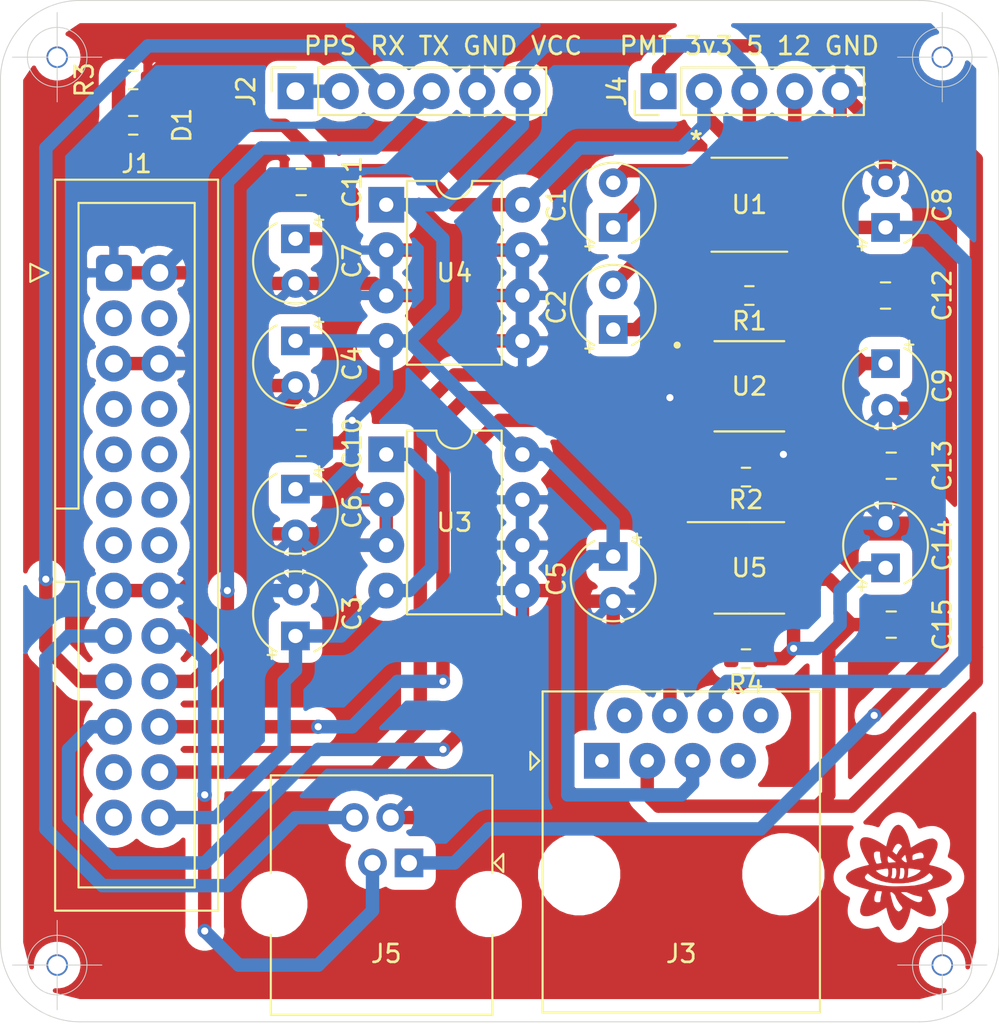
<source format=kicad_pcb>
(kicad_pcb (version 20171130) (host pcbnew "(5.1.10)-1")
  (layers (0 F.Cu signal) (31 B.Cu signal) (34 B.Paste user) (35 F.Paste user) (36 B.SilkS user) (37 F.SilkS user) (38 B.Mask user) (39 F.Mask user) (44 Edge.Cuts user))
  (net 0 "")
  (net 1 "Net-(C1-Pad2)")
  (net 2 "Net-(C1-Pad1)")
  (net 3 "Net-(C2-Pad2)")
  (net 4 "Net-(C2-Pad1)")
  (net 5 GND)
  (net 6 /5V_UNREG)
  (net 7 +5V)
  (net 8 +3V3)
  (net 9 +12V)
  (net 10 "Net-(C14-Pad1)")
  (net 11 /PMT_CTRL_V)
  (net 12 "Net-(D1-Pad1)")
  (net 13 /SPI_MOSI)
  (net 14 /SPI_CLK)
  (net 15 /GPS_RXD)
  (net 16 /I2C_SCL)
  (net 17 "Net-(J1-Pad14)")
  (net 18 "Net-(J1-Pad12)")
  (net 19 "Net-(J1-Pad10)")
  (net 20 "Net-(J1-Pad8)")
  (net 21 "Net-(J1-Pad4)")
  (net 22 "Net-(J1-Pad25)")
  (net 23 "Net-(J1-Pad23)")
  (net 24 /SPI_CS)
  (net 25 /GPS_TXD)
  (net 26 /I2C_SDA)
  (net 27 "Net-(J1-Pad13)")
  (net 28 "Net-(J1-Pad11)")
  (net 29 "Net-(J1-Pad9)")
  (net 30 "Net-(J1-Pad7)")
  (net 31 "Net-(J1-Pad3)")
  (net 32 /PPS)
  (net 33 "Net-(J3-Pad8)")
  (net 34 "Net-(J3-Pad7)")
  (net 35 "Net-(J3-Pad2)")
  (net 36 "Net-(J3-Pad1)")
  (net 37 "Net-(R1-Pad2)")
  (net 38 "Net-(R4-Pad2)")
  (net 39 /OUT_REF)
  (module Imagenes:ECFMLOGO (layer F.Cu) (at 83.185 93.345)
    (fp_text reference G*** hide)
    (fp_text value LOGO hide)
    (fp_poly (pts (xy 0.213833 -2.727471) (xy 0.319537 -2.639299) (xy 0.423965 -2.501095) (xy 0.522038 -2.322675) (xy 0.569607 -2.221046) (xy 0.607367 -2.134329) (xy 0.630483 -2.073982) (xy 0.635369 -2.054093) (xy 0.643541 -2.01044) (xy 0.663772 -1.940278) (xy 0.675475 -1.905167) (xy 0.704136 -1.809945) (xy 0.731238 -1.699427) (xy 0.741051 -1.651167) (xy 0.757018 -1.571342) (xy 0.77089 -1.513268) (xy 0.777361 -1.494327) (xy 0.801801 -1.498984) (xy 0.856544 -1.527015) (xy 0.930341 -1.572565) (xy 0.939837 -1.57886) (xy 1.128683 -1.695686) (xy 1.321159 -1.797866) (xy 1.509381 -1.882374) (xy 1.685462 -1.946183) (xy 1.841519 -1.986264) (xy 1.969667 -1.999593) (xy 2.023331 -1.99482) (xy 2.12846 -1.951299) (xy 2.214781 -1.871416) (xy 2.268063 -1.769404) (xy 2.274219 -1.743932) (xy 2.276367 -1.635308) (xy 2.251207 -1.494324) (xy 2.201786 -1.329351) (xy 2.131156 -1.148761) (xy 2.042365 -0.960925) (xy 1.938463 -0.774213) (xy 1.896147 -0.706071) (xy 1.849173 -0.629187) (xy 1.815809 -0.567838) (xy 1.8034 -0.535772) (xy 1.825743 -0.515602) (xy 1.881174 -0.497419) (xy 1.89865 -0.493994) (xy 2.072767 -0.456462) (xy 2.260905 -0.402867) (xy 2.448824 -0.338316) (xy 2.622282 -0.267919) (xy 2.76704 -0.196783) (xy 2.826016 -0.161346) (xy 2.956542 -0.057693) (xy 3.037338 0.047397) (xy 3.069407 0.152776) (xy 3.053753 0.2573) (xy 2.991381 0.359823) (xy 2.883293 0.459197) (xy 2.730495 0.554279) (xy 2.533989 0.643921) (xy 2.29478 0.726977) (xy 2.013872 0.802303) (xy 1.973591 0.81164) (xy 1.869688 0.837725) (xy 1.787433 0.862973) (xy 1.737412 0.883865) (xy 1.7272 0.893514) (xy 1.740781 0.930582) (xy 1.773604 0.984653) (xy 1.775034 0.986678) (xy 1.819969 1.059153) (xy 1.877592 1.164977) (xy 1.94123 1.290532) (xy 2.004214 1.422202) (xy 2.059872 1.546369) (xy 2.101532 1.649414) (xy 2.106689 1.6637) (xy 2.160815 1.85668) (xy 2.178231 2.021198) (xy 2.159874 2.155253) (xy 2.106687 2.256844) (xy 2.019607 2.323971) (xy 1.899576 2.354634) (xy 1.783417 2.351919) (xy 1.655717 2.32424) (xy 1.499344 2.270209) (xy 1.32569 2.194703) (xy 1.146152 2.102596) (xy 1.000683 2.016944) (xy 0.910071 1.962235) (xy 0.836618 1.921992) (xy 0.789887 1.901219) (xy 0.778349 1.900567) (xy 0.768165 1.934527) (xy 0.75472 1.998001) (xy 0.750838 2.0193) (xy 0.70401 2.230766) (xy 0.640167 2.438076) (xy 0.563513 2.631599) (xy 0.478253 2.801704) (xy 0.388592 2.938757) (xy 0.313695 3.020642) (xy 0.210029 3.095129) (xy 0.115618 3.123644) (xy 0.021498 3.107634) (xy -0.038297 3.07742) (xy -0.143322 2.987484) (xy -0.244241 2.84954) (xy -0.339702 2.666302) (xy -0.428355 2.44049) (xy -0.508849 2.174817) (xy -0.531964 2.08467) (xy -0.556477 1.987639) (xy -0.576811 1.911687) (xy -0.58977 1.868576) (xy -0.592198 1.863135) (xy -0.615443 1.871974) (xy -0.668176 1.902538) (xy -0.725302 1.939222) (xy -0.956523 2.081951) (xy -1.177525 2.196561) (xy -1.382127 2.280447) (xy -1.56415 2.331001) (xy -1.689137 2.34569) (xy -1.821168 2.339022) (xy -1.916999 2.308454) (xy -1.987436 2.249355) (xy -2.018367 2.204539) (xy -2.049344 2.106378) (xy -2.049287 1.975257) (xy -2.020085 1.816905) (xy -1.963624 1.637052) (xy -1.881792 1.441428) (xy -1.860134 1.399132) (xy -1.267959 1.399132) (xy -1.252761 1.486675) (xy -1.231082 1.524904) (xy -1.171946 1.559317) (xy -1.086194 1.575495) (xy -0.995579 1.570725) (xy -0.954578 1.559382) (xy -0.923716 1.521647) (xy -0.9144 1.445804) (xy -0.908807 1.371594) (xy -0.894106 1.269555) (xy -0.873418 1.161166) (xy -0.872326 1.156163) (xy -0.853634 1.064269) (xy -0.851672 1.052261) (xy -0.369377 1.052261) (xy -0.358133 1.127809) (xy -0.336444 1.230947) (xy -0.307028 1.351345) (xy -0.272601 1.478671) (xy -0.235883 1.602593) (xy -0.199591 1.71278) (xy -0.166443 1.7989) (xy -0.154249 1.825138) (xy -0.081822 1.945377) (xy -0.005237 2.031403) (xy 0.069343 2.077046) (xy 0.103076 2.0828) (xy 0.151155 2.067188) (xy 0.212314 2.028605) (xy 0.225293 2.018184) (xy 0.290232 1.955044) (xy 0.316859 1.899404) (xy 0.304796 1.839967) (xy 0.253664 1.765436) (xy 0.21536 1.721234) (xy 0.154982 1.645359) (xy 0.090009 1.549842) (xy 0.027423 1.446817) (xy -0.025795 1.348418) (xy -0.062662 1.266778) (xy -0.0762 1.214555) (xy -0.092796 1.179851) (xy -0.135312 1.124959) (xy -0.170255 1.08692) (xy -0.249431 1.019438) (xy -0.266896 1.011917) (xy 0.2286 1.011917) (xy 0.248741 1.037377) (xy 0.303293 1.083344) (xy 0.383449 1.143626) (xy 0.480401 1.21203) (xy 0.585343 1.282364) (xy 0.689466 1.348438) (xy 0.783964 1.404057) (xy 0.79512 1.410218) (xy 0.96382 1.495501) (xy 1.099692 1.547598) (xy 1.207605 1.567375) (xy 1.292429 1.555699) (xy 1.359033 1.513435) (xy 1.361566 1.510942) (xy 1.407798 1.447614) (xy 1.418763 1.373207) (xy 1.417561 1.35389) (xy 1.4097 1.260696) (xy 1.1938 1.217963) (xy 1.014511 1.177665) (xy 0.865753 1.132012) (xy 0.727272 1.074335) (xy 0.665291 1.043895) (xy 0.562132 1.006318) (xy 0.436199 0.991289) (xy 0.394711 0.9906) (xy 0.310344 0.993574) (xy 0.25055 1.001359) (xy 0.2286 1.011917) (xy -0.266896 1.011917) (xy -0.31437 0.991474) (xy -0.359915 1.004922) (xy -0.367458 1.014636) (xy -0.369377 1.052261) (xy -0.851672 1.052261) (xy -0.842091 0.993644) (xy -0.839702 0.957019) (xy -0.840576 0.954815) (xy -0.869591 0.94788) (xy -0.933402 0.940455) (xy -0.990462 0.936023) (xy -1.130023 0.9271) (xy -1.192432 1.0541) (xy -1.236673 1.16918) (xy -1.262223 1.288745) (xy -1.267959 1.399132) (xy -1.860134 1.399132) (xy -1.776476 1.235762) (xy -1.649563 1.025784) (xy -1.611074 0.967968) (xy -1.57774 0.909863) (xy -1.566011 0.869843) (xy -1.568781 0.862525) (xy -1.599662 0.850659) (xy -1.669354 0.830278) (xy -1.767182 0.804349) (xy -1.870614 0.778682) (xy -2.147999 0.701529) (xy -2.37964 0.615658) (xy -2.565114 0.522595) (xy -2.703998 0.423868) (xy -2.795869 0.321004) (xy -2.840305 0.215531) (xy -2.837975 0.142953) (xy -1.793787 0.142953) (xy -1.788348 0.220002) (xy -1.735541 0.295759) (xy -1.638795 0.368907) (xy -1.501541 0.438127) (xy -1.32721 0.502101) (xy -1.119233 0.55951) (xy -0.88104 0.609037) (xy -0.616063 0.649363) (xy -0.4191 0.671163) (xy -0.314346 0.677061) (xy -0.171369 0.679445) (xy -0.000792 0.678667) (xy 0.186763 0.675082) (xy 0.380675 0.669044) (xy 0.570322 0.660907) (xy 0.745082 0.651025) (xy 0.894332 0.639752) (xy 1.007452 0.627443) (xy 1.038808 0.622557) (xy 1.321625 0.565357) (xy 1.556354 0.502742) (xy 1.742429 0.434936) (xy 1.879283 0.362162) (xy 1.966348 0.284643) (xy 1.988858 0.248841) (xy 2.013913 0.168502) (xy 1.999747 0.099048) (xy 1.942668 0.028771) (xy 1.910573 0.000744) (xy 1.820866 -0.0732) (xy 1.693801 0.037953) (xy 1.488953 0.185754) (xy 1.244319 0.307297) (xy 0.964366 0.401266) (xy 0.653564 0.466343) (xy 0.316382 0.501213) (xy 0.1016 0.507088) (xy -0.272157 0.490434) (xy -0.615107 0.440863) (xy -0.924872 0.359046) (xy -1.199071 0.245655) (xy -1.306666 0.17994) (xy -0.320168 0.17994) (xy -0.295127 0.215235) (xy -0.2286 0.235506) (xy -0.162111 0.24262) (xy -0.144069 0.236008) (xy 0.118875 0.236008) (xy 0.120695 0.239228) (xy 0.153488 0.248801) (xy 0.215923 0.253793) (xy 0.232247 0.254) (xy 0.307595 0.24473) (xy 0.356087 0.210251) (xy 0.371163 0.189694) (xy 0.375377 0.178986) (xy 0.586635 0.178986) (xy 0.588318 0.195888) (xy 0.61105 0.196973) (xy 0.663782 0.182458) (xy 0.755466 0.152561) (xy 0.763007 0.150084) (xy 0.934959 0.088023) (xy 1.069366 0.025416) (xy 1.179109 -0.044436) (xy 1.250706 -0.10354) (xy 1.311701 -0.165424) (xy 1.331489 -0.208116) (xy 1.307422 -0.236896) (xy 1.236851 -0.25704) (xy 1.1684 -0.267532) (xy 1.068077 -0.282494) (xy 0.959376 -0.301214) (xy 0.932199 -0.306373) (xy 0.838862 -0.32106) (xy 0.750305 -0.329447) (xy 0.725256 -0.3302) (xy 0.640212 -0.3302) (xy 0.628017 -0.12065) (xy 0.620048 -0.015191) (xy 0.609855 0.076468) (xy 0.59936 0.137798) (xy 0.597048 0.14605) (xy 0.586635 0.178986) (xy 0.375377 0.178986) (xy 0.398009 0.121479) (xy 0.417052 0.021725) (xy 0.426771 -0.090698) (xy 0.425648 -0.196918) (xy 0.412163 -0.278066) (xy 0.409438 -0.28575) (xy 0.38395 -0.331759) (xy 0.343575 -0.351654) (xy 0.280028 -0.3556) (xy 0.1778 -0.3556) (xy 0.1778 -0.151585) (xy 0.172853 -0.031603) (xy 0.159515 0.07251) (xy 0.141861 0.138444) (xy 0.121984 0.198289) (xy 0.118875 0.236008) (xy -0.144069 0.236008) (xy -0.120394 0.227332) (xy -0.0858 0.179577) (xy -0.067178 0.143451) (xy -0.037133 0.052011) (xy -0.021309 -0.060284) (xy -0.020544 -0.173625) (xy -0.035675 -0.268199) (xy -0.048421 -0.300354) (xy -0.081346 -0.340246) (xy -0.132943 -0.352368) (xy -0.170794 -0.350685) (xy -0.262066 -0.3429) (xy -0.266859 -0.13892) (xy -0.273014 -0.034265) (xy -0.284937 0.056956) (xy -0.300261 0.117642) (xy -0.303279 0.124157) (xy -0.320168 0.17994) (xy -1.306666 0.17994) (xy -1.435327 0.101359) (xy -1.491437 0.057893) (xy -1.630633 -0.055484) (xy -1.70525 0.016004) (xy -1.757124 0.075884) (xy -1.790574 0.133094) (xy -1.793787 0.142953) (xy -2.837975 0.142953) (xy -2.836883 0.108976) (xy -2.78518 0.002866) (xy -2.684772 -0.101271) (xy -2.535238 -0.201907) (xy -2.534293 -0.202361) (xy -1.1684 -0.202361) (xy -1.147518 -0.16656) (xy -1.091693 -0.115023) (xy -1.011162 -0.055246) (xy -0.916161 0.005279) (xy -0.816925 0.059057) (xy -0.800764 0.066804) (xy -0.680043 0.119628) (xy -0.595314 0.145891) (xy -0.539487 0.145953) (xy -0.505474 0.120172) (xy -0.489581 0.08255) (xy -0.476575 0.006726) (xy -0.471449 -0.086493) (xy -0.473733 -0.180584) (xy -0.482957 -0.259026) (xy -0.498651 -0.305296) (xy -0.500681 -0.307641) (xy -0.532194 -0.321805) (xy -0.591525 -0.322419) (xy -0.68865 -0.309452) (xy -0.702996 -0.307037) (xy -0.877297 -0.276532) (xy -1.006104 -0.252191) (xy -1.094204 -0.232936) (xy -1.146385 -0.217692) (xy -1.167434 -0.205382) (xy -1.1684 -0.202361) (xy -2.534293 -0.202361) (xy -2.336154 -0.297517) (xy -2.1844 -0.354723) (xy -1.955225 -0.426486) (xy -1.741137 -0.479631) (xy -1.670942 -0.493271) (xy -1.606542 -0.508934) (xy -1.567494 -0.526386) (xy -1.564374 -0.529722) (xy -1.5705 -0.560107) (xy -1.599325 -0.616976) (xy -1.627522 -0.662088) (xy -1.671398 -0.733113) (xy -1.729079 -0.834015) (xy -1.791786 -0.949173) (xy -1.831204 -1.02451) (xy -1.857755 -1.081031) (xy -1.292852 -1.081031) (xy -1.277692 -0.955072) (xy -1.24265 -0.820086) (xy -1.20433 -0.721535) (xy -1.140842 -0.582737) (xy -1.008571 -0.599324) (xy -0.930341 -0.611617) (xy -0.874161 -0.625017) (xy -0.858158 -0.632168) (xy -0.855283 -0.663517) (xy -0.868488 -0.724774) (xy -0.880592 -0.762363) (xy -0.902765 -0.846508) (xy -0.905228 -0.860838) (xy -0.525706 -0.860838) (xy -0.520644 -0.782896) (xy -0.518587 -0.77048) (xy -0.494204 -0.686845) (xy -0.456521 -0.647322) (xy -0.399267 -0.645712) (xy -0.3937 -0.647023) (xy -0.340779 -0.654091) (xy -0.258354 -0.658847) (xy -0.194734 -0.660054) (xy -0.115937 -0.663984) (xy -0.066015 -0.673924) (xy -0.055034 -0.684693) (xy -0.077589 -0.708931) (xy -0.130509 -0.754323) (xy -0.203107 -0.812674) (xy -0.266786 -0.861933) (xy 0.254 -0.861933) (xy 0.271004 -0.834142) (xy 0.314516 -0.785463) (xy 0.34925 -0.75112) (xy 0.417926 -0.697884) (xy 0.483028 -0.666799) (xy 0.533421 -0.660998) (xy 0.55797 -0.683615) (xy 0.5588 -0.69216) (xy 0.553412 -0.740319) (xy 0.539572 -0.81613) (xy 0.520768 -0.904199) (xy 0.516042 -0.92399) (xy 0.8636 -0.92399) (xy 0.866417 -0.843118) (xy 0.881456 -0.800314) (xy 0.918598 -0.790127) (xy 0.987725 -0.807107) (xy 1.041859 -0.825663) (xy 1.126606 -0.848604) (xy 1.235376 -0.868939) (xy 1.322073 -0.879889) (xy 1.413251 -0.889618) (xy 1.465706 -0.901357) (xy 1.491374 -0.920867) (xy 1.502193 -0.953906) (xy 1.504408 -0.96786) (xy 1.501425 -1.050227) (xy 1.475094 -1.130288) (xy 1.433245 -1.188475) (xy 1.410447 -1.202699) (xy 1.307952 -1.218326) (xy 1.175059 -1.197338) (xy 1.074102 -1.165022) (xy 0.973158 -1.125753) (xy 0.911023 -1.091795) (xy 0.87831 -1.052401) (xy 0.865634 -0.996825) (xy 0.8636 -0.92399) (xy 0.516042 -0.92399) (xy 0.500486 -0.989129) (xy 0.482212 -1.055525) (xy 0.469432 -1.087991) (xy 0.469067 -1.088384) (xy 0.446028 -1.079404) (xy 0.402695 -1.042734) (xy 0.350472 -0.990379) (xy 0.300762 -0.934347) (xy 0.264969 -0.886645) (xy 0.254 -0.861933) (xy -0.266786 -0.861933) (xy -0.284696 -0.875787) (xy -0.36459 -0.935468) (xy -0.4321 -0.983522) (xy -0.476541 -1.011753) (xy -0.486932 -1.01588) (xy -0.506777 -0.993401) (xy -0.520393 -0.936364) (xy -0.525706 -0.860838) (xy -0.905228 -0.860838) (xy -0.921821 -0.957374) (xy -0.933588 -1.070401) (xy -0.946009 -1.264501) (xy -1.042785 -1.279976) (xy -1.152909 -1.282329) (xy -1.234793 -1.252357) (xy -1.281322 -1.192975) (xy -1.285084 -1.180647) (xy -1.292852 -1.081031) (xy -1.857755 -1.081031) (xy -1.946344 -1.269616) (xy -1.95205 -1.285426) (xy -0.255556 -1.285426) (xy -0.146828 -1.189896) (xy -0.084923 -1.137721) (xy -0.0384 -1.102571) (xy -0.021316 -1.093283) (xy -0.001556 -1.11343) (xy 0.030136 -1.165986) (xy 0.049722 -1.204274) (xy 0.098928 -1.288953) (xy 0.165238 -1.382546) (xy 0.205409 -1.431583) (xy 0.261257 -1.498685) (xy 0.286439 -1.542527) (xy 0.286348 -1.575635) (xy 0.276159 -1.59595) (xy 0.232498 -1.643753) (xy 0.1719 -1.688545) (xy 0.08563 -1.715763) (xy 0.002222 -1.6934) (xy -0.07878 -1.621116) (xy -0.157832 -1.498571) (xy -0.200008 -1.411063) (xy -0.255556 -1.285426) (xy -1.95205 -1.285426) (xy -2.023115 -1.482315) (xy -2.061631 -1.663356) (xy -2.062008 -1.813492) (xy -2.024362 -1.933475) (xy -1.97987 -1.995317) (xy -1.893155 -2.051411) (xy -1.774022 -2.073121) (xy -1.626452 -2.061499) (xy -1.454422 -2.017598) (xy -1.261912 -1.942474) (xy -1.052901 -1.837178) (xy -0.831369 -1.702766) (xy -0.802356 -1.683541) (xy -0.71557 -1.626448) (xy -0.646515 -1.582836) (xy -0.604587 -1.558541) (xy -0.596392 -1.555612) (xy -0.588469 -1.581344) (xy -0.570978 -1.645833) (xy -0.546722 -1.738564) (xy -0.525574 -1.821126) (xy -0.456819 -2.058707) (xy -0.378727 -2.270437) (xy -0.294796 -2.44786) (xy -0.212933 -2.576811) (xy -0.106529 -2.690283) (xy 0.00036 -2.753115) (xy 0.107294 -2.765461) (xy 0.213833 -2.727471)) (layer F.Cu) (width 0.01))
  )
  (module Connector_PinHeader_2.54mm:PinHeader_1x05_P2.54mm_Vertical (layer F.Cu) (at 69.85 49.53 90)
    (fp_text reference J4 (at 0 -2.33 90) (layer F.SilkS))
    (fp_text value TEST_POINT)
    (pad 5 thru_hole oval (at 0 10.16 90) (size 2 2) (drill 1) (layers *.Cu *.Mask) (net 5 GND))
    (pad 4 thru_hole oval (at 0 7.62 90) (size 2 2) (drill 1) (layers *.Cu *.Mask) (net 9 +12V))
    (pad 3 thru_hole oval (at 0 5.08 90) (size 2 2) (drill 1) (layers *.Cu *.Mask) (net 7 +5V))
    (pad 2 thru_hole oval (at 0 2.54 90) (size 2 2) (drill 1) (layers *.Cu *.Mask) (net 8 +3V3))
    (pad 1 thru_hole rect (at 0 0 90) (size 2 2) (drill 1) (layers *.Cu *.Mask) (net 11 /PMT_CTRL_V))
  )
  (module Connector_RJ:RJ14_Connfly_DS1133-S4_Horizontal (layer F.Cu) (at 55.88 92.71 180)
    (fp_text reference J5 (at 1.27 -5.08 180) (layer F.SilkS))
    (fp_text value RJ11_BMP180)
    (pad 4 thru_hole circle (at 3.06 2.54) (size 1.6 1.6) (drill 0.9) (layers *.Cu *.Mask) (net 26 /I2C_SDA))
    (pad "" np_thru_hole circle (at 7.53 -2.3) (size 2.3 2.3) (drill 2.3) (layers *.Cu *.Mask))
    (pad 3 thru_hole circle (at 2.04 0) (size 1.6 1.6) (drill 0.9) (layers *.Cu *.Mask) (net 16 /I2C_SCL))
    (pad 2 thru_hole circle (at 1.02 2.54) (size 1.6 1.6) (drill 0.9) (layers *.Cu *.Mask) (net 5 GND))
    (pad 1 thru_hole rect (at 0 0) (size 1.6 1.6) (drill 0.9) (layers *.Cu *.Mask) (net 8 +3V3))
    (pad "" np_thru_hole circle (at -4.47 -2.3) (size 2.3 2.3) (drill 2.3) (layers *.Cu *.Mask))
  )
  (module Resistor_SMD:R_0603_1608Metric (layer F.Cu) (at 74.93 60.96 180)
    (fp_text reference R1 (at 0 -1.43) (layer F.SilkS))
    (fp_text value 5.1k)
    (pad 2 smd roundrect (at 0.825 0 180) (size 0.8 0.95) (layers F.Cu F.Paste F.Mask) (net 37 "Net-(R1-Pad2)"))
    (pad 1 smd roundrect (at -0.825 0 180) (size 0.8 0.95) (layers F.Cu F.Paste F.Mask) (net 8 +3V3))
  )
  (module Max662A:MAX662ACSA&plus_ (layer F.Cu) (at 74.93 55.88)
    (fp_text reference U1 (at 0 0) (layer F.SilkS))
    (fp_text value MAX662ACSA+ hide)
    (fp_text user * (at -2.97815 -3.5814) (layer F.SilkS))
    (fp_text user * (at -2.97815 -3.5814) (layer F.SilkS))
    (pad 8 smd rect (at 2.72415 -1.905) (size 1.4605 0.5334) (layers F.Cu F.Paste F.Mask) (net 5 GND))
    (pad 7 smd rect (at 2.72415 -0.635) (size 1.4605 0.5334) (layers F.Cu F.Paste F.Mask) (net 5 GND))
    (pad 6 smd rect (at 2.72415 0.635) (size 1.4605 0.5334) (layers F.Cu F.Paste F.Mask) (net 9 +12V))
    (pad 5 smd rect (at 2.72415 1.905) (size 1.4605 0.5334) (layers F.Cu F.Paste F.Mask) (net 7 +5V))
    (pad 4 smd rect (at -2.72415 1.905) (size 1.4605 0.5334) (layers F.Cu F.Paste F.Mask) (net 4 "Net-(C2-Pad1)"))
    (pad 3 smd rect (at -2.72415 0.635) (size 1.4605 0.5334) (layers F.Cu F.Paste F.Mask) (net 3 "Net-(C2-Pad2)"))
    (pad 2 smd rect (at -2.72415 -0.635) (size 1.4605 0.5334) (layers F.Cu F.Paste F.Mask) (net 2 "Net-(C1-Pad1)"))
    (pad 1 smd rect (at -2.72415 -1.905) (size 1.4605 0.5334) (layers F.Cu F.Paste F.Mask) (net 1 "Net-(C1-Pad2)"))
  )
  (module Resistor_SMD:R_0603_1608Metric (layer F.Cu) (at 74.74 81.28 180)
    (fp_text reference R4 (at 0 -1.43) (layer F.SilkS))
    (fp_text value 100k)
    (pad 2 smd roundrect (at 0.825 0 180) (size 0.8 0.95) (layers F.Cu F.Paste F.Mask) (net 38 "Net-(R4-Pad2)"))
    (pad 1 smd roundrect (at -0.825 0 180) (size 0.8 0.95) (layers F.Cu F.Paste F.Mask) (net 10 "Net-(C14-Pad1)"))
  )
  (module Capacitor_THT:CP_Radial_Tantal_D4.5mm_P2.50mm (layer F.Cu) (at 67.31 75.565 270)
    (fp_text reference C5 (at 1.25 3.175 90) (layer F.SilkS))
    (fp_text value 10uF)
    (pad 2 thru_hole circle (at 2.5 0 270) (size 1.6 1.6) (drill 0.8) (layers *.Cu *.Mask) (net 5 GND))
    (pad 1 thru_hole rect (at 0 0 270) (size 1.6 1.6) (drill 0.8) (layers *.Cu *.Mask) (net 7 +5V))
  )
  (module Package_SO:SOIC-8_3.9x4.9mm_P1.27mm (layer F.Cu) (at 74.93 76.2)
    (fp_text reference U5 (at 0 0) (layer F.SilkS))
    (fp_text value LM358)
    (pad 8 smd roundrect (at 2.475 -1.905) (size 1.95 0.6) (layers F.Cu F.Paste F.Mask) (net 8 +3V3))
    (pad 7 smd roundrect (at 2.475 -0.635) (size 1.95 0.6) (layers F.Cu F.Paste F.Mask) (net 11 /PMT_CTRL_V))
    (pad 6 smd roundrect (at 2.475 0.635) (size 1.95 0.6) (layers F.Cu F.Paste F.Mask) (net 11 /PMT_CTRL_V))
    (pad 5 smd roundrect (at 2.475 1.905) (size 1.95 0.6) (layers F.Cu F.Paste F.Mask) (net 10 "Net-(C14-Pad1)"))
    (pad 4 smd roundrect (at -2.475 1.905) (size 1.95 0.6) (layers F.Cu F.Paste F.Mask) (net 5 GND))
    (pad 3 smd roundrect (at -2.475 0.635) (size 1.95 0.6) (layers F.Cu F.Paste F.Mask) (net 39 /OUT_REF))
    (pad 2 smd roundrect (at -2.475 -0.635) (size 1.95 0.6) (layers F.Cu F.Paste F.Mask) (net 38 "Net-(R4-Pad2)"))
    (pad 1 smd roundrect (at -2.475 -1.905) (size 1.95 0.6) (layers F.Cu F.Paste F.Mask) (net 38 "Net-(R4-Pad2)"))
  )
  (module Package_DIP:DIP-8_W7.62mm (layer F.Cu) (at 54.61 55.88)
    (fp_text reference U4 (at 3.81 3.81) (layer F.SilkS))
    (fp_text value MAX604)
    (pad 8 thru_hole oval (at 7.62 0) (size 2 2) (drill 0.8) (layers *.Cu *.Mask) (net 8 +3V3))
    (pad 4 thru_hole oval (at 0 7.62) (size 2 2) (drill 0.8) (layers *.Cu *.Mask) (net 7 +5V))
    (pad 7 thru_hole oval (at 7.62 2.54) (size 2 2) (drill 0.8) (layers *.Cu *.Mask) (net 5 GND))
    (pad 3 thru_hole oval (at 0 5.08) (size 2 2) (drill 0.8) (layers *.Cu *.Mask) (net 5 GND))
    (pad 6 thru_hole oval (at 7.62 5.08) (size 2 2) (drill 0.8) (layers *.Cu *.Mask) (net 5 GND))
    (pad 2 thru_hole oval (at 0 2.54) (size 2 2) (drill 0.8) (layers *.Cu *.Mask) (net 5 GND))
    (pad 5 thru_hole oval (at 7.62 7.62) (size 2 2) (drill 0.8) (layers *.Cu *.Mask) (net 5 GND))
    (pad 1 thru_hole rect (at 0 0) (size 2 2) (drill 0.8) (layers *.Cu *.Mask) (net 7 +5V))
  )
  (module Package_DIP:DIP-8_W7.62mm (layer F.Cu) (at 54.61 69.85)
    (fp_text reference U3 (at 3.81 3.81) (layer F.SilkS))
    (fp_text value MAX603)
    (pad 8 thru_hole oval (at 7.62 0) (size 2 2) (drill 0.8) (layers *.Cu *.Mask) (net 7 +5V))
    (pad 4 thru_hole oval (at 0 7.62) (size 2 2) (drill 0.8) (layers *.Cu *.Mask) (net 6 /5V_UNREG))
    (pad 7 thru_hole oval (at 7.62 2.54) (size 2 2) (drill 0.8) (layers *.Cu *.Mask) (net 5 GND))
    (pad 3 thru_hole oval (at 0 5.08) (size 2 2) (drill 0.8) (layers *.Cu *.Mask) (net 5 GND))
    (pad 6 thru_hole oval (at 7.62 5.08) (size 2 2) (drill 0.8) (layers *.Cu *.Mask) (net 5 GND))
    (pad 2 thru_hole oval (at 0 2.54) (size 2 2) (drill 0.8) (layers *.Cu *.Mask) (net 5 GND))
    (pad 5 thru_hole oval (at 7.62 7.62) (size 2 2) (drill 0.8) (layers *.Cu *.Mask) (net 5 GND))
    (pad 1 thru_hole rect (at 0 0) (size 2 2) (drill 0.8) (layers *.Cu *.Mask) (net 6 /5V_UNREG))
  )
  (module TLV5616CD:SOIC127P599X175-8N (layer F.Cu) (at 74.93 66.04)
    (fp_text reference U2 (at 0 0) (layer F.SilkS))
    (fp_text value TLV5616CD)
    (pad 8 smd rect (at 2.47 -1.905) (size 1.97 0.6) (layers F.Cu F.Paste F.Mask) (net 8 +3V3))
    (pad 7 smd rect (at 2.47 -0.635) (size 1.97 0.6) (layers F.Cu F.Paste F.Mask) (net 39 /OUT_REF))
    (pad 6 smd rect (at 2.47 0.635) (size 1.97 0.6) (layers F.Cu F.Paste F.Mask) (net 37 "Net-(R1-Pad2)"))
    (pad 5 smd rect (at 2.47 1.905) (size 1.97 0.6) (layers F.Cu F.Paste F.Mask) (net 5 GND))
    (pad 4 smd rect (at -2.47 1.905) (size 1.97 0.6) (layers F.Cu F.Paste F.Mask) (net 24 /SPI_CS))
    (pad 3 smd rect (at -2.47 0.635) (size 1.97 0.6) (layers F.Cu F.Paste F.Mask) (net 5 GND))
    (pad 2 smd rect (at -2.47 -0.635) (size 1.97 0.6) (layers F.Cu F.Paste F.Mask) (net 14 /SPI_CLK))
    (pad 1 smd rect (at -2.47 -1.905) (size 1.97 0.6) (layers F.Cu F.Paste F.Mask) (net 13 /SPI_MOSI))
  )
  (module Resistor_SMD:R_0603_1608Metric (layer F.Cu) (at 40.45 48.895)
    (fp_text reference R3 (at -2.73 0 90) (layer F.SilkS))
    (fp_text value 330)
    (pad 2 smd roundrect (at 0.825 0) (size 0.8 0.95) (layers F.Cu F.Paste F.Mask) (net 5 GND))
    (pad 1 smd roundrect (at -0.825 0) (size 0.8 0.95) (layers F.Cu F.Paste F.Mask) (net 12 "Net-(D1-Pad1)"))
  )
  (module Resistor_SMD:R_0603_1608Metric (layer F.Cu) (at 74.74 71.12)
    (fp_text reference R2 (at 0 1.27) (layer F.SilkS))
    (fp_text value 3k)
    (pad 2 smd roundrect (at 0.825 0) (size 0.8 0.95) (layers F.Cu F.Paste F.Mask) (net 5 GND))
    (pad 1 smd roundrect (at -0.825 0) (size 0.8 0.95) (layers F.Cu F.Paste F.Mask) (net 37 "Net-(R1-Pad2)"))
  )
  (module Connector_RJ:RJ45_Amphenol_54602-x08_Horizontal (layer F.Cu) (at 66.675 86.995)
    (fp_text reference J3 (at 4.445 10.795) (layer F.SilkS))
    (fp_text value RJ45_PMT)
    (pad 8 thru_hole circle (at 8.89 -2.54) (size 2 2) (drill 0.76) (layers *.Cu *.Mask) (net 33 "Net-(J3-Pad8)"))
    (pad 7 thru_hole circle (at 7.62 0) (size 2 2) (drill 0.76) (layers *.Cu *.Mask) (net 34 "Net-(J3-Pad7)"))
    (pad 6 thru_hole circle (at 6.35 -2.54) (size 2 2) (drill 0.76) (layers *.Cu *.Mask) (net 9 +12V))
    (pad 5 thru_hole circle (at 5.08 0) (size 2 2) (drill 0.76) (layers *.Cu *.Mask) (net 7 +5V))
    (pad 4 thru_hole circle (at 3.81 -2.54) (size 2 2) (drill 0.76) (layers *.Cu *.Mask) (net 5 GND))
    (pad 3 thru_hole circle (at 2.54 0) (size 2 2) (drill 0.76) (layers *.Cu *.Mask) (net 11 /PMT_CTRL_V))
    (pad 2 thru_hole circle (at 1.27 -2.54) (size 2 2) (drill 0.76) (layers *.Cu *.Mask) (net 35 "Net-(J3-Pad2)"))
    (pad 1 thru_hole rect (at 0 0) (size 2 2) (drill 0.76) (layers *.Cu *.Mask) (net 36 "Net-(J3-Pad1)"))
    (pad "" np_thru_hole circle (at -1.27 6.35) (size 3.2 3.2) (drill 3.2) (layers *.Cu *.Mask))
    (pad "" np_thru_hole circle (at 10.16 6.35) (size 3.2 3.2) (drill 3.2) (layers *.Cu *.Mask))
  )
  (module Connector_PinSocket_2.54mm:PinSocket_1x06_P2.54mm_Vertical (layer F.Cu) (at 49.53 49.53 90)
    (fp_text reference J2 (at 0 -2.77 90) (layer F.SilkS))
    (fp_text value GPS)
    (pad 6 thru_hole oval (at 0 12.7 90) (size 2 2) (drill 1) (layers *.Cu *.Mask) (net 7 +5V))
    (pad 5 thru_hole oval (at 0 10.16 90) (size 2 2) (drill 1) (layers *.Cu *.Mask) (net 5 GND))
    (pad 4 thru_hole oval (at 0 7.62 90) (size 2 2) (drill 1) (layers *.Cu *.Mask) (net 25 /GPS_TXD))
    (pad 3 thru_hole oval (at 0 5.08 90) (size 2 2) (drill 1) (layers *.Cu *.Mask) (net 15 /GPS_RXD))
    (pad 2 thru_hole oval (at 0 2.54 90) (size 2 2) (drill 1) (layers *.Cu *.Mask) (net 32 /PPS))
    (pad 1 thru_hole rect (at 0 0 90) (size 2 2) (drill 1) (layers *.Cu *.Mask) (net 32 /PPS))
  )
  (module Connector_IDC:IDC-Header_2x13_P2.54mm_Vertical (layer F.Cu) (at 39.37 59.69)
    (fp_text reference J1 (at 1.27 -6.1) (layer F.SilkS))
    (fp_text value RedPitaya)
    (pad 26 thru_hole circle (at 2.54 30.48) (size 2 2) (drill 1) (layers *.Cu *.Mask) (net 6 /5V_UNREG))
    (pad 24 thru_hole circle (at 2.54 27.94) (size 2 2) (drill 1) (layers *.Cu *.Mask) (net 13 /SPI_MOSI))
    (pad 22 thru_hole circle (at 2.54 25.4) (size 2 2) (drill 1) (layers *.Cu *.Mask) (net 14 /SPI_CLK))
    (pad 20 thru_hole circle (at 2.54 22.86) (size 2 2) (drill 1) (layers *.Cu *.Mask) (net 25 /GPS_TXD))
    (pad 18 thru_hole circle (at 2.54 20.32) (size 2 2) (drill 1) (layers *.Cu *.Mask) (net 16 /I2C_SCL))
    (pad 16 thru_hole circle (at 2.54 17.78) (size 2 2) (drill 1) (layers *.Cu *.Mask) (net 5 GND))
    (pad 14 thru_hole circle (at 2.54 15.24) (size 2 2) (drill 1) (layers *.Cu *.Mask) (net 17 "Net-(J1-Pad14)"))
    (pad 12 thru_hole circle (at 2.54 12.7) (size 2 2) (drill 1) (layers *.Cu *.Mask) (net 18 "Net-(J1-Pad12)"))
    (pad 10 thru_hole circle (at 2.54 10.16) (size 2 2) (drill 1) (layers *.Cu *.Mask) (net 19 "Net-(J1-Pad10)"))
    (pad 8 thru_hole circle (at 2.54 7.62) (size 2 2) (drill 1) (layers *.Cu *.Mask) (net 20 "Net-(J1-Pad8)"))
    (pad 6 thru_hole circle (at 2.54 5.08) (size 2 2) (drill 1) (layers *.Cu *.Mask) (net 5 GND))
    (pad 4 thru_hole circle (at 2.54 2.54) (size 2 2) (drill 1) (layers *.Cu *.Mask) (net 21 "Net-(J1-Pad4)"))
    (pad 2 thru_hole circle (at 2.54 0) (size 2 2) (drill 1) (layers *.Cu *.Mask) (net 5 GND))
    (pad 25 thru_hole circle (at 0 30.48) (size 2 2) (drill 1) (layers *.Cu *.Mask) (net 22 "Net-(J1-Pad25)"))
    (pad 23 thru_hole circle (at 0 27.94) (size 2 2) (drill 1) (layers *.Cu *.Mask) (net 23 "Net-(J1-Pad23)"))
    (pad 21 thru_hole circle (at 0 25.4) (size 2 2) (drill 1) (layers *.Cu *.Mask) (net 24 /SPI_CS))
    (pad 19 thru_hole circle (at 0 22.86) (size 2 2) (drill 1) (layers *.Cu *.Mask) (net 15 /GPS_RXD))
    (pad 17 thru_hole circle (at 0 20.32) (size 2 2) (drill 1) (layers *.Cu *.Mask) (net 26 /I2C_SDA))
    (pad 15 thru_hole circle (at 0 17.78) (size 2 2) (drill 1) (layers *.Cu *.Mask) (net 5 GND))
    (pad 13 thru_hole circle (at 0 15.24) (size 2 2) (drill 1) (layers *.Cu *.Mask) (net 27 "Net-(J1-Pad13)"))
    (pad 11 thru_hole circle (at 0 12.7) (size 2 2) (drill 1) (layers *.Cu *.Mask) (net 28 "Net-(J1-Pad11)"))
    (pad 9 thru_hole circle (at 0 10.16) (size 2 2) (drill 1) (layers *.Cu *.Mask) (net 29 "Net-(J1-Pad9)"))
    (pad 7 thru_hole circle (at 0 7.62) (size 2 2) (drill 1) (layers *.Cu *.Mask) (net 30 "Net-(J1-Pad7)"))
    (pad 5 thru_hole circle (at 0 5.08) (size 2 2) (drill 1) (layers *.Cu *.Mask) (net 5 GND))
    (pad 3 thru_hole circle (at 0 2.54) (size 2 2) (drill 1) (layers *.Cu *.Mask) (net 31 "Net-(J1-Pad3)"))
    (pad 1 thru_hole roundrect (at 0 0) (size 2 2) (drill 1) (layers *.Cu *.Mask) (roundrect_rratio 0.147) (net 5 GND))
  )
  (module Resistor_SMD:R_0603_1608Metric (layer F.Cu) (at 40.45 51.435)
    (fp_text reference D1 (at 2.73 0 90) (layer F.SilkS))
    (fp_text value LED)
    (pad 2 smd roundrect (at 0.825 0) (size 0.8 0.95) (layers F.Cu F.Paste F.Mask) (net 8 +3V3))
    (pad 1 smd roundrect (at -0.825 0) (size 0.8 0.95) (layers F.Cu F.Paste F.Mask) (net 12 "Net-(D1-Pad1)"))
  )
  (module Capacitor_SMD:C_0805_2012Metric (layer F.Cu) (at 82.87 79.375)
    (fp_text reference C15 (at 2.855 0 90) (layer F.SilkS))
    (fp_text value 100nF)
    (pad 2 smd roundrect (at 0.95 0) (size 1 1.45) (layers F.Cu F.Paste F.Mask) (net 5 GND))
    (pad 1 smd roundrect (at -0.95 0) (size 1 1.45) (layers F.Cu F.Paste F.Mask) (net 11 /PMT_CTRL_V))
  )
  (module Capacitor_THT:CP_Radial_Tantal_D4.5mm_P2.50mm (layer F.Cu) (at 82.55 76.2 90)
    (fp_text reference C14 (at 1.25 3.175 90) (layer F.SilkS))
    (fp_text value 10uF)
    (pad 2 thru_hole circle (at 2.5 0 90) (size 1.6 1.6) (drill 0.8) (layers *.Cu *.Mask) (net 5 GND))
    (pad 1 thru_hole rect (at 0 0 90) (size 1.6 1.6) (drill 0.8) (layers *.Cu *.Mask) (net 10 "Net-(C14-Pad1)"))
  )
  (module Capacitor_SMD:C_0805_2012Metric (layer F.Cu) (at 82.87 70.485)
    (fp_text reference C13 (at 2.855 0 90) (layer F.SilkS))
    (fp_text value 100nF)
    (pad 2 smd roundrect (at 0.95 0) (size 1 1.45) (layers F.Cu F.Paste F.Mask) (net 5 GND))
    (pad 1 smd roundrect (at -0.95 0) (size 1 1.45) (layers F.Cu F.Paste F.Mask) (net 8 +3V3))
  )
  (module Capacitor_SMD:C_0805_2012Metric (layer F.Cu) (at 82.55 60.96)
    (fp_text reference C12 (at 3.175 0 90) (layer F.SilkS))
    (fp_text value 100nF)
    (pad 2 smd roundrect (at 0.95 0) (size 1 1.45) (layers F.Cu F.Paste F.Mask) (net 5 GND))
    (pad 1 smd roundrect (at -0.95 0) (size 1 1.45) (layers F.Cu F.Paste F.Mask) (net 9 +12V))
  )
  (module Capacitor_SMD:C_0805_2012Metric (layer F.Cu) (at 49.85 54.61 180)
    (fp_text reference C11 (at -2.855 0 90) (layer F.SilkS))
    (fp_text value 100nF)
    (pad 2 smd roundrect (at 0.95 0 180) (size 1 1.45) (layers F.Cu F.Paste F.Mask) (net 5 GND))
    (pad 1 smd roundrect (at -0.95 0 180) (size 1 1.45) (layers F.Cu F.Paste F.Mask) (net 8 +3V3))
  )
  (module Capacitor_SMD:C_0805_2012Metric (layer F.Cu) (at 49.85 69.215 180)
    (fp_text reference C10 (at -2.855 0 90) (layer F.SilkS))
    (fp_text value 100nF)
    (pad 2 smd roundrect (at 0.95 0 180) (size 1 1.45) (layers F.Cu F.Paste F.Mask) (net 5 GND))
    (pad 1 smd roundrect (at -0.95 0 180) (size 1 1.45) (layers F.Cu F.Paste F.Mask) (net 7 +5V))
  )
  (module Capacitor_THT:CP_Radial_Tantal_D4.5mm_P2.50mm (layer F.Cu) (at 82.55 64.77 270)
    (fp_text reference C9 (at 1.25 -3.175 90) (layer F.SilkS))
    (fp_text value 10uF)
    (pad 2 thru_hole circle (at 2.5 0 270) (size 1.6 1.6) (drill 0.8) (layers *.Cu *.Mask) (net 5 GND))
    (pad 1 thru_hole rect (at 0 0 270) (size 1.6 1.6) (drill 0.8) (layers *.Cu *.Mask) (net 8 +3V3))
  )
  (module Capacitor_THT:CP_Radial_Tantal_D4.5mm_P2.50mm (layer F.Cu) (at 82.55 57.15 90)
    (fp_text reference C8 (at 1.25 3.175 90) (layer F.SilkS))
    (fp_text value 10uF)
    (pad 2 thru_hole circle (at 2.5 0 90) (size 1.6 1.6) (drill 0.8) (layers *.Cu *.Mask) (net 5 GND))
    (pad 1 thru_hole rect (at 0 0 90) (size 1.6 1.6) (drill 0.8) (layers *.Cu *.Mask) (net 9 +12V))
  )
  (module Capacitor_THT:CP_Radial_Tantal_D4.5mm_P2.50mm (layer F.Cu) (at 49.53 57.785 270)
    (fp_text reference C7 (at 1.25 -3.175 90) (layer F.SilkS))
    (fp_text value 10uF)
    (pad 2 thru_hole circle (at 2.5 0 270) (size 1.6 1.6) (drill 0.8) (layers *.Cu *.Mask) (net 5 GND))
    (pad 1 thru_hole rect (at 0 0 270) (size 1.6 1.6) (drill 0.8) (layers *.Cu *.Mask) (net 8 +3V3))
  )
  (module Capacitor_THT:CP_Radial_Tantal_D4.5mm_P2.50mm (layer F.Cu) (at 49.53 71.795 270)
    (fp_text reference C6 (at 1.25 -3.175 90) (layer F.SilkS))
    (fp_text value 10uF)
    (pad 2 thru_hole circle (at 2.5 0 270) (size 1.6 1.6) (drill 0.8) (layers *.Cu *.Mask) (net 5 GND))
    (pad 1 thru_hole rect (at 0 0 270) (size 1.6 1.6) (drill 0.8) (layers *.Cu *.Mask) (net 7 +5V))
  )
  (module Capacitor_THT:CP_Radial_Tantal_D4.5mm_P2.50mm (layer F.Cu) (at 49.53 63.5 270)
    (fp_text reference C4 (at 1.27 -3.175 90) (layer F.SilkS))
    (fp_text value 10uF)
    (pad 2 thru_hole circle (at 2.5 0 270) (size 1.6 1.6) (drill 0.8) (layers *.Cu *.Mask) (net 5 GND))
    (pad 1 thru_hole rect (at 0 0 270) (size 1.6 1.6) (drill 0.8) (layers *.Cu *.Mask) (net 7 +5V))
  )
  (module Capacitor_THT:CP_Radial_Tantal_D4.5mm_P2.50mm (layer F.Cu) (at 49.53 80.01 90)
    (fp_text reference C3 (at 1.25 3.175 90) (layer F.SilkS))
    (fp_text value 10uF)
    (pad 2 thru_hole circle (at 2.5 0 90) (size 1.6 1.6) (drill 0.8) (layers *.Cu *.Mask) (net 5 GND))
    (pad 1 thru_hole rect (at 0 0 90) (size 1.6 1.6) (drill 0.8) (layers *.Cu *.Mask) (net 6 /5V_UNREG))
  )
  (module Capacitor_THT:CP_Radial_Tantal_D4.5mm_P2.50mm (layer F.Cu) (at 67.31 62.865 90)
    (fp_text reference C2 (at 1.25 -3.175 90) (layer F.SilkS))
    (fp_text value 2u2F)
    (pad 2 thru_hole circle (at 2.5 0 90) (size 1.6 1.6) (drill 0.8) (layers *.Cu *.Mask) (net 3 "Net-(C2-Pad2)"))
    (pad 1 thru_hole rect (at 0 0 90) (size 1.6 1.6) (drill 0.8) (layers *.Cu *.Mask) (net 4 "Net-(C2-Pad1)"))
  )
  (module Capacitor_THT:CP_Radial_Tantal_D4.5mm_P2.50mm (layer F.Cu) (at 67.31 57.15 90)
    (fp_text reference C1 (at 1.25 -3.175 90) (layer F.SilkS))
    (fp_text value 2u2F)
    (pad 2 thru_hole circle (at 2.5 0 90) (size 1.6 1.6) (drill 0.8) (layers *.Cu *.Mask) (net 1 "Net-(C1-Pad2)"))
    (pad 1 thru_hole rect (at 0 0 90) (size 1.6 1.6) (drill 0.8) (layers *.Cu *.Mask) (net 2 "Net-(C1-Pad1)"))
  )
  (target plus (at 36.195 47.625) (size 5) (width 0.05) (layer Edge.Cuts))
  (target plus (at 85.725 47.625) (size 5) (width 0.05) (layer Edge.Cuts))
  (target plus (at 36.195 98.425) (size 5) (width 0.05) (layer Edge.Cuts))
  (target plus (at 85.725 98.425) (size 5) (width 0.05) (layer Edge.Cuts))
  (gr_arc (start 84.455 48.895) (end 88.9 48.895) (angle -90) (layer Edge.Cuts) (width 0.05))
  (gr_arc (start 84.455 97.155) (end 84.455 101.6) (angle -90) (layer Edge.Cuts) (width 0.05))
  (gr_arc (start 37.465 97.155) (end 33.02 97.155) (angle -90) (layer Edge.Cuts) (width 0.05))
  (gr_arc (start 37.465 48.895) (end 37.465 44.45) (angle -90) (layer Edge.Cuts) (width 0.05))
  (gr_text "PPS RX TX GND VCC" (at 57.785 46.99) (layer F.SilkS) (effects (font (size 1 1))))
  (gr_text "PMT 3v3 5 12 GND" (at 74.93 46.99) (layer F.SilkS) (effects (font (size 1 1))))
  (gr_line (start 33.02 97.155) (end 33.02 48.895) (layer Edge.Cuts) (width 0.05))
  (gr_line (start 84.455 101.6) (end 37.465 101.6) (layer Edge.Cuts) (width 0.05))
  (gr_line (start 88.9 48.895) (end 88.9 97.155) (layer Edge.Cuts) (width 0.05))
  (gr_line (start 37.465 44.45) (end 84.455 44.45) (layer Edge.Cuts) (width 0.05))
  (via (at 36.195 98.425) (size 1.2) (drill 1) (layers F.Cu B.Cu) (net 0))
  (via (at 85.725 47.625) (size 1.2) (drill 1) (layers F.Cu B.Cu) (net 0))
  (via (at 85.725 98.425) (size 1.2) (drill 1) (layers F.Cu B.Cu) (net 0))
  (via (at 36.195 47.625) (size 1.2) (drill 1) (layers F.Cu B.Cu) (net 0))
  (segment (start 67.985 53.975) (end 67.31 54.65) (width 0.75) (layer F.Cu) (net 1))
  (segment (start 72.20585 53.975) (end 67.985 53.975) (width 0.75) (layer F.Cu) (net 1))
  (segment (start 69.215 55.245) (end 67.31 57.15) (width 0.75) (layer F.Cu) (net 2))
  (segment (start 72.20585 55.245) (end 69.215 55.245) (width 0.75) (layer F.Cu) (net 2))
  (segment (start 70.7256 56.515) (end 69.215 58.0256) (width 0.75) (layer F.Cu) (net 3))
  (segment (start 72.20585 56.515) (end 70.7256 56.515) (width 0.75) (layer F.Cu) (net 3))
  (segment (start 69.215 58.46) (end 67.31 60.365) (width 0.75) (layer F.Cu) (net 3))
  (segment (start 69.215 58.0256) (end 69.215 58.46) (width 0.75) (layer F.Cu) (net 3))
  (segment (start 72.20585 57.785) (end 72.20585 59.23915) (width 0.75) (layer F.Cu) (net 4))
  (segment (start 68.58 62.865) (end 67.31 62.865) (width 0.75) (layer F.Cu) (net 4))
  (segment (start 72.20585 59.23915) (end 68.58 62.865) (width 0.75) (layer F.Cu) (net 4))
  (segment (start 54.61 58.42) (end 54.61 60.96) (width 0.75) (layer B.Cu) (net 5))
  (segment (start 62.23 58.42) (end 62.23 60.96) (width 0.75) (layer B.Cu) (net 5))
  (segment (start 62.23 60.96) (end 62.23 63.5) (width 0.75) (layer B.Cu) (net 5))
  (segment (start 62.23 72.39) (end 62.23 74.93) (width 0.75) (layer B.Cu) (net 5))
  (segment (start 62.23 74.93) (end 62.23 77.47) (width 0.75) (layer B.Cu) (net 5))
  (segment (start 77.65415 53.975) (end 77.65415 55.245) (width 0.75) (layer F.Cu) (net 5))
  (segment (start 77.65415 53.975) (end 79.375 53.975) (width 0.75) (layer F.Cu) (net 5))
  (segment (start 79.375 53.975) (end 80.01 53.34) (width 0.75) (layer F.Cu) (net 5))
  (segment (start 80.01 53.34) (end 80.01 49.53) (width 0.75) (layer F.Cu) (net 5))
  (via (at 70.485 66.675) (size 0.8) (drill 0.4) (layers F.Cu B.Cu) (net 5))
  (via (at 76.835 69.85) (size 0.8) (drill 0.4) (layers F.Cu B.Cu) (net 5))
  (segment (start 77.4 69.285) (end 77.4 67.945) (width 0.75) (layer F.Cu) (net 5))
  (segment (start 75.565 71.12) (end 77.4 69.285) (width 0.75) (layer F.Cu) (net 5))
  (segment (start 84.455 78.74) (end 83.82 79.375) (width 0.75) (layer F.Cu) (net 5))
  (segment (start 84.455 74.93) (end 84.455 78.74) (width 0.75) (layer F.Cu) (net 5))
  (segment (start 41.91 77.47) (end 43.18 77.47) (width 0.75) (layer B.Cu) (net 5))
  (segment (start 43.18 77.47) (end 45.085 79.375) (width 0.75) (layer B.Cu) (net 5))
  (segment (start 45.085 79.375) (end 46.99 79.375) (width 0.75) (layer B.Cu) (net 5))
  (segment (start 46.99 79.375) (end 47.625 78.74) (width 0.75) (layer B.Cu) (net 5))
  (segment (start 47.625 78.74) (end 47.625 77.47) (width 0.75) (layer B.Cu) (net 5))
  (segment (start 49.49 77.47) (end 49.53 77.51) (width 0.75) (layer B.Cu) (net 5))
  (segment (start 47.625 77.47) (end 49.49 77.47) (width 0.75) (layer B.Cu) (net 5))
  (segment (start 49.53 77.51) (end 49.53 74.295) (width 0.75) (layer B.Cu) (net 5))
  (segment (start 41.91 64.77) (end 43.815 64.77) (width 0.75) (layer B.Cu) (net 5))
  (segment (start 41.91 59.69) (end 43.18 58.42) (width 0.75) (layer B.Cu) (net 5))
  (segment (start 59.69 49.53) (end 59.69 51.435) (width 0.75) (layer B.Cu) (net 5))
  (segment (start 59.69 51.435) (end 59.055 51.435) (width 0.75) (layer B.Cu) (net 5))
  (segment (start 59.055 51.435) (end 58.42 52.07) (width 0.75) (layer B.Cu) (net 5))
  (segment (start 59.69 49.53) (end 59.69 47.625) (width 0.75) (layer B.Cu) (net 5))
  (segment (start 82.55 67.27) (end 82.55 73.7) (width 0.75) (layer B.Cu) (net 5))
  (segment (start 82.55 73.7) (end 75.525 73.7) (width 0.75) (layer B.Cu) (net 5))
  (segment (start 71.16 78.065) (end 67.31 78.065) (width 0.75) (layer B.Cu) (net 5))
  (segment (start 75.525 73.7) (end 71.16 78.065) (width 0.75) (layer B.Cu) (net 5))
  (segment (start 52.11 74.93) (end 49.53 77.51) (width 0.75) (layer B.Cu) (net 5))
  (segment (start 54.61 74.93) (end 52.11 74.93) (width 0.75) (layer B.Cu) (net 5))
  (segment (start 82.55 52.07) (end 80.01 49.53) (width 0.75) (layer F.Cu) (net 5))
  (segment (start 82.55 54.65) (end 82.55 52.07) (width 0.75) (layer F.Cu) (net 5))
  (segment (start 43.18 46.99) (end 41.275 48.895) (width 0.75) (layer F.Cu) (net 5))
  (segment (start 59.69 46.99) (end 43.18 46.99) (width 0.75) (layer F.Cu) (net 5))
  (segment (start 59.69 49.53) (end 59.69 46.99) (width 0.75) (layer F.Cu) (net 5))
  (segment (start 62.23 58.42) (end 62.23 63.5) (width 0.75) (layer F.Cu) (net 5))
  (segment (start 62.23 58.42) (end 54.61 58.42) (width 0.75) (layer F.Cu) (net 5))
  (segment (start 60.325 63.5) (end 57.785 60.96) (width 0.75) (layer F.Cu) (net 5))
  (segment (start 62.23 63.5) (end 60.325 63.5) (width 0.75) (layer F.Cu) (net 5))
  (segment (start 57.785 60.96) (end 62.23 60.96) (width 0.75) (layer F.Cu) (net 5))
  (segment (start 54.61 60.96) (end 57.785 60.96) (width 0.75) (layer F.Cu) (net 5))
  (segment (start 53.935 60.285) (end 54.61 60.96) (width 0.75) (layer F.Cu) (net 5))
  (segment (start 49.53 60.285) (end 53.935 60.285) (width 0.75) (layer F.Cu) (net 5))
  (segment (start 39.37 59.69) (end 41.91 59.69) (width 0.75) (layer F.Cu) (net 5))
  (segment (start 41.91 59.69) (end 46.355 59.69) (width 0.75) (layer F.Cu) (net 5))
  (segment (start 46.95 60.285) (end 49.53 60.285) (width 0.75) (layer F.Cu) (net 5))
  (segment (start 46.355 59.69) (end 46.95 60.285) (width 0.75) (layer F.Cu) (net 5))
  (segment (start 39.37 64.77) (end 41.91 64.77) (width 0.75) (layer F.Cu) (net 5))
  (segment (start 41.91 64.77) (end 45.72 64.77) (width 0.75) (layer F.Cu) (net 5))
  (segment (start 46.95 66) (end 49.53 66) (width 0.75) (layer F.Cu) (net 5))
  (segment (start 45.72 64.77) (end 46.95 66) (width 0.75) (layer F.Cu) (net 5))
  (segment (start 49.53 66) (end 49.53 66.675) (width 0.75) (layer F.Cu) (net 5))
  (segment (start 48.9 67.305) (end 48.9 69.215) (width 0.75) (layer F.Cu) (net 5))
  (segment (start 49.53 66.675) (end 48.9 67.305) (width 0.75) (layer F.Cu) (net 5))
  (segment (start 50.165 74.93) (end 49.53 74.295) (width 0.75) (layer F.Cu) (net 5))
  (segment (start 54.61 74.93) (end 50.165 74.93) (width 0.75) (layer F.Cu) (net 5))
  (segment (start 54.61 72.39) (end 54.61 74.93) (width 0.75) (layer F.Cu) (net 5))
  (segment (start 54.61 72.39) (end 52.705 72.39) (width 0.75) (layer F.Cu) (net 5))
  (segment (start 50.8 74.295) (end 49.53 74.295) (width 0.75) (layer F.Cu) (net 5))
  (segment (start 52.705 72.39) (end 50.8 74.295) (width 0.75) (layer F.Cu) (net 5))
  (segment (start 49.53 74.295) (end 46.355 74.295) (width 0.75) (layer F.Cu) (net 5))
  (segment (start 43.18 77.47) (end 41.91 77.47) (width 0.75) (layer F.Cu) (net 5))
  (segment (start 46.355 74.295) (end 43.18 77.47) (width 0.75) (layer F.Cu) (net 5))
  (segment (start 41.91 77.47) (end 39.37 77.47) (width 0.75) (layer F.Cu) (net 5))
  (segment (start 54.86 90.17) (end 57.785 90.17) (width 0.75) (layer F.Cu) (net 5))
  (segment (start 62.23 85.725) (end 62.23 77.47) (width 0.75) (layer F.Cu) (net 5))
  (segment (start 57.785 90.17) (end 62.23 85.725) (width 0.75) (layer F.Cu) (net 5))
  (segment (start 62.23 77.47) (end 64.77 77.47) (width 0.75) (layer F.Cu) (net 5))
  (segment (start 65.365 78.065) (end 67.31 78.065) (width 0.75) (layer F.Cu) (net 5))
  (segment (start 64.77 77.47) (end 65.365 78.065) (width 0.75) (layer F.Cu) (net 5))
  (segment (start 67.31 78.065) (end 67.31 79.375) (width 0.75) (layer F.Cu) (net 5))
  (segment (start 70.485 82.55) (end 70.485 84.455) (width 0.75) (layer F.Cu) (net 5))
  (segment (start 67.31 79.375) (end 70.485 82.55) (width 0.75) (layer F.Cu) (net 5))
  (segment (start 82.55 73.7) (end 80.685 73.7) (width 0.75) (layer F.Cu) (net 5))
  (segment (start 81.28 74.295) (end 83.82 74.295) (width 0.75) (layer F.Cu) (net 5))
  (segment (start 80.685 73.7) (end 81.28 74.295) (width 0.75) (layer F.Cu) (net 5))
  (segment (start 83.82 74.295) (end 84.455 74.93) (width 0.75) (layer F.Cu) (net 5))
  (segment (start 83.78 73.7) (end 82.55 73.7) (width 0.75) (layer F.Cu) (net 5))
  (segment (start 82.55 67.27) (end 82.55 68.58) (width 0.75) (layer F.Cu) (net 5))
  (segment (start 83.185 69.215) (end 83.82 69.215) (width 0.75) (layer F.Cu) (net 5))
  (segment (start 82.55 68.58) (end 83.185 69.215) (width 0.75) (layer F.Cu) (net 5))
  (segment (start 83.82 69.215) (end 83.82 70.485) (width 0.75) (layer F.Cu) (net 5))
  (segment (start 82.55 67.27) (end 84.495 67.27) (width 0.75) (layer F.Cu) (net 5))
  (segment (start 84.495 67.27) (end 85.09 66.675) (width 0.75) (layer F.Cu) (net 5))
  (segment (start 85.09 62.55) (end 83.5 60.96) (width 0.75) (layer F.Cu) (net 5))
  (segment (start 85.09 66.675) (end 85.09 62.55) (width 0.75) (layer F.Cu) (net 5))
  (segment (start 52.07 80.01) (end 54.61 77.47) (width 0.75) (layer B.Cu) (net 6))
  (segment (start 49.53 80.01) (end 52.07 80.01) (width 0.75) (layer B.Cu) (net 6))
  (segment (start 41.91 90.17) (end 45.085 90.17) (width 0.75) (layer B.Cu) (net 6))
  (segment (start 45.085 90.17) (end 48.895 86.36) (width 0.75) (layer B.Cu) (net 6))
  (segment (start 48.895 86.36) (end 48.895 82.55) (width 0.75) (layer B.Cu) (net 6))
  (segment (start 49.53 81.915) (end 49.53 80.01) (width 0.75) (layer B.Cu) (net 6))
  (segment (start 48.895 82.55) (end 49.53 81.915) (width 0.75) (layer B.Cu) (net 6))
  (segment (start 55.88 69.85) (end 54.61 69.85) (width 0.75) (layer B.Cu) (net 6))
  (segment (start 57.15 76.2) (end 57.15 71.12) (width 0.75) (layer B.Cu) (net 6))
  (segment (start 55.88 77.47) (end 57.15 76.2) (width 0.75) (layer B.Cu) (net 6))
  (segment (start 57.15 71.12) (end 55.88 69.85) (width 0.75) (layer B.Cu) (net 6))
  (segment (start 54.61 77.47) (end 55.88 77.47) (width 0.75) (layer B.Cu) (net 6))
  (via (at 52.705 67.945) (size 0.8) (drill 0.4) (layers F.Cu B.Cu) (net 7))
  (segment (start 55.88 55.88) (end 57.785 55.88) (width 0.25) (layer B.Cu) (net 7))
  (segment (start 51.395 71.795) (end 52.705 70.485) (width 0.75) (layer B.Cu) (net 7))
  (segment (start 49.53 71.795) (end 51.395 71.795) (width 0.75) (layer B.Cu) (net 7))
  (segment (start 52.705 70.485) (end 52.705 67.945) (width 0.75) (layer B.Cu) (net 7))
  (segment (start 52.705 67.945) (end 54.61 66.04) (width 0.75) (layer B.Cu) (net 7))
  (segment (start 54.61 63.5) (end 54.61 65.405) (width 0.75) (layer B.Cu) (net 7))
  (segment (start 54.61 66.04) (end 54.61 65.405) (width 0.75) (layer B.Cu) (net 7))
  (segment (start 49.53 63.5) (end 54.61 63.5) (width 0.75) (layer B.Cu) (net 7))
  (segment (start 54.61 63.5) (end 55.88 63.5) (width 0.75) (layer B.Cu) (net 7))
  (segment (start 55.88 63.5) (end 62.23 69.85) (width 0.75) (layer B.Cu) (net 7))
  (segment (start 54.61 55.88) (end 55.88 55.88) (width 0.75) (layer B.Cu) (net 7))
  (segment (start 57.785 61.595) (end 55.88 63.5) (width 0.75) (layer B.Cu) (net 7))
  (segment (start 57.785 57.785) (end 57.785 61.595) (width 0.75) (layer B.Cu) (net 7))
  (segment (start 55.88 55.88) (end 57.785 57.785) (width 0.75) (layer B.Cu) (net 7))
  (segment (start 54.61 55.88) (end 57.785 55.88) (width 0.75) (layer B.Cu) (net 7))
  (segment (start 62.23 51.435) (end 62.23 49.53) (width 0.75) (layer B.Cu) (net 7))
  (segment (start 62.23 51.435) (end 57.785 55.88) (width 0.75) (layer B.Cu) (net 7))
  (segment (start 74.93 48.26) (end 74.93 49.53) (width 0.75) (layer B.Cu) (net 7))
  (segment (start 73.66 46.99) (end 74.93 48.26) (width 0.75) (layer B.Cu) (net 7))
  (segment (start 63.5 46.99) (end 73.66 46.99) (width 0.75) (layer B.Cu) (net 7))
  (segment (start 62.23 48.26) (end 63.5 46.99) (width 0.75) (layer B.Cu) (net 7))
  (segment (start 62.23 49.53) (end 62.23 48.26) (width 0.75) (layer B.Cu) (net 7))
  (segment (start 67.31 73.66) (end 67.31 75.565) (width 0.75) (layer B.Cu) (net 7))
  (segment (start 67.31 73.66) (end 63.5 69.85) (width 0.75) (layer B.Cu) (net 7))
  (segment (start 62.23 69.85) (end 63.5 69.85) (width 0.75) (layer B.Cu) (net 7))
  (segment (start 71.755 88.265) (end 71.755 86.995) (width 0.75) (layer B.Cu) (net 7))
  (segment (start 64.77 88.9) (end 71.12 88.9) (width 0.75) (layer B.Cu) (net 7))
  (segment (start 64.77 76.835) (end 64.77 88.9) (width 0.75) (layer B.Cu) (net 7))
  (segment (start 71.12 88.9) (end 71.755 88.265) (width 0.75) (layer B.Cu) (net 7))
  (segment (start 66.04 75.565) (end 64.77 76.835) (width 0.75) (layer B.Cu) (net 7))
  (segment (start 67.31 75.565) (end 66.04 75.565) (width 0.75) (layer B.Cu) (net 7))
  (segment (start 52.07 69.215) (end 50.8 69.215) (width 0.75) (layer F.Cu) (net 7))
  (segment (start 52.705 68.58) (end 52.07 69.215) (width 0.75) (layer F.Cu) (net 7))
  (segment (start 52.705 67.945) (end 52.705 68.58) (width 0.75) (layer F.Cu) (net 7))
  (segment (start 74.93 56.114617) (end 74.93 56.0411) (width 0.75) (layer F.Cu) (net 7))
  (segment (start 76.600383 57.785) (end 74.93 56.114617) (width 0.75) (layer F.Cu) (net 7))
  (segment (start 77.65415 57.785) (end 76.600383 57.785) (width 0.75) (layer F.Cu) (net 7))
  (segment (start 74.93 56.0411) (end 74.93 49.53) (width 0.75) (layer F.Cu) (net 7))
  (segment (start 72.39 50.165) (end 72.39 49.53) (width 0.25) (layer F.Cu) (net 8))
  (segment (start 81.915 84.455) (end 81.915 84.455) (width 0.25) (layer F.Cu) (net 8))
  (via (at 81.915 84.455) (size 0.8) (drill 0.4) (layers F.Cu B.Cu) (net 8))
  (segment (start 62.23 55.88) (end 65.405 52.705) (width 0.75) (layer B.Cu) (net 8))
  (segment (start 65.405 52.705) (end 71.12 52.705) (width 0.75) (layer B.Cu) (net 8))
  (segment (start 72.39 51.435) (end 72.39 49.53) (width 0.75) (layer B.Cu) (net 8))
  (segment (start 71.12 52.705) (end 72.39 51.435) (width 0.75) (layer B.Cu) (net 8))
  (segment (start 75.565 90.805) (end 60.325 90.805) (width 0.75) (layer B.Cu) (net 8))
  (segment (start 58.42 92.71) (end 55.88 92.71) (width 0.75) (layer B.Cu) (net 8))
  (segment (start 58.42 92.71) (end 60.325 90.805) (width 0.75) (layer B.Cu) (net 8))
  (segment (start 75.565 90.805) (end 81.915 84.455) (width 0.75) (layer B.Cu) (net 8))
  (segment (start 41.275 51.435) (end 48.895 51.435) (width 0.75) (layer F.Cu) (net 8))
  (segment (start 50.8 53.34) (end 50.8 54.61) (width 0.75) (layer F.Cu) (net 8))
  (segment (start 48.895 51.435) (end 50.8 53.34) (width 0.75) (layer F.Cu) (net 8))
  (segment (start 52.07 54.61) (end 50.8 54.61) (width 0.75) (layer F.Cu) (net 8))
  (segment (start 51.435 57.785) (end 49.53 57.785) (width 0.75) (layer F.Cu) (net 8))
  (segment (start 52.705 56.515) (end 51.435 57.785) (width 0.75) (layer F.Cu) (net 8))
  (segment (start 52.705 55.245) (end 52.705 56.515) (width 0.75) (layer F.Cu) (net 8))
  (segment (start 52.07 54.61) (end 52.705 55.245) (width 0.75) (layer F.Cu) (net 8))
  (segment (start 56.515 53.975) (end 58.42 55.88) (width 0.75) (layer F.Cu) (net 8))
  (segment (start 52.705 53.975) (end 56.515 53.975) (width 0.75) (layer F.Cu) (net 8))
  (segment (start 58.42 55.88) (end 62.23 55.88) (width 0.75) (layer F.Cu) (net 8))
  (segment (start 52.705 53.975) (end 52.07 54.61) (width 0.75) (layer F.Cu) (net 8))
  (segment (start 72.39 49.53) (end 72.39 50.8) (width 0.25) (layer F.Cu) (net 8))
  (segment (start 72.39 50.8) (end 73.66 52.07) (width 0.75) (layer F.Cu) (net 8))
  (segment (start 73.66 56.515) (end 76.835 59.69) (width 0.75) (layer F.Cu) (net 8))
  (segment (start 73.66 52.07) (end 73.66 56.515) (width 0.75) (layer F.Cu) (net 8))
  (segment (start 76.835 59.69) (end 76.835 60.325) (width 0.75) (layer F.Cu) (net 8))
  (segment (start 76.835 60.325) (end 76.2 60.96) (width 0.75) (layer F.Cu) (net 8))
  (segment (start 76.2 60.96) (end 75.755 60.96) (width 0.75) (layer F.Cu) (net 8))
  (segment (start 77.4 64.135) (end 79.375 64.135) (width 0.75) (layer F.Cu) (net 8))
  (segment (start 79.375 64.135) (end 80.01 64.77) (width 0.75) (layer F.Cu) (net 8))
  (segment (start 80.01 64.77) (end 82.55 64.77) (width 0.75) (layer F.Cu) (net 8))
  (segment (start 75.755 60.96) (end 77.47 60.96) (width 0.75) (layer F.Cu) (net 8))
  (segment (start 77.47 60.96) (end 81.28 64.77) (width 0.75) (layer F.Cu) (net 8))
  (segment (start 82.55 64.77) (end 81.28 64.77) (width 0.75) (layer F.Cu) (net 8))
  (segment (start 80.645 69.85) (end 81.28 70.485) (width 0.75) (layer F.Cu) (net 8))
  (segment (start 80.645 65.405) (end 80.645 69.85) (width 0.75) (layer F.Cu) (net 8))
  (segment (start 81.28 64.77) (end 80.645 65.405) (width 0.75) (layer F.Cu) (net 8))
  (segment (start 81.28 70.485) (end 81.92 70.485) (width 0.75) (layer F.Cu) (net 8))
  (segment (start 78.74 74.295) (end 77.405 74.295) (width 0.75) (layer F.Cu) (net 8))
  (segment (start 78.74 72.39) (end 80.645 70.485) (width 0.75) (layer F.Cu) (net 8))
  (segment (start 78.74 74.295) (end 78.74 72.39) (width 0.75) (layer F.Cu) (net 8))
  (segment (start 80.645 70.485) (end 81.92 70.485) (width 0.75) (layer F.Cu) (net 8))
  (segment (start 83.195 72.39) (end 84.455 72.39) (width 0.75) (layer F.Cu) (net 8))
  (segment (start 81.92 71.115) (end 83.195 72.39) (width 0.75) (layer F.Cu) (net 8))
  (segment (start 81.92 70.485) (end 81.92 71.115) (width 0.75) (layer F.Cu) (net 8))
  (segment (start 84.455 72.39) (end 85.725 73.66) (width 0.75) (layer F.Cu) (net 8))
  (segment (start 85.725 80.645) (end 81.915 84.455) (width 0.75) (layer F.Cu) (net 8))
  (segment (start 85.725 73.66) (end 85.725 80.645) (width 0.75) (layer F.Cu) (net 8))
  (segment (start 73.66 82.55) (end 73.025 83.185) (width 0.75) (layer B.Cu) (net 9))
  (segment (start 73.025 83.185) (end 73.025 84.455) (width 0.75) (layer B.Cu) (net 9))
  (segment (start 85.725 82.55) (end 73.66 82.55) (width 0.75) (layer B.Cu) (net 9))
  (segment (start 86.995 81.28) (end 85.725 82.55) (width 0.75) (layer B.Cu) (net 9))
  (segment (start 82.55 57.15) (end 85.09 57.15) (width 0.75) (layer B.Cu) (net 9))
  (segment (start 86.995 59.055) (end 85.09 57.15) (width 0.75) (layer B.Cu) (net 9))
  (segment (start 86.995 59.055) (end 86.995 81.28) (width 0.75) (layer B.Cu) (net 9))
  (segment (start 77.47 49.53) (end 77.47 52.07) (width 0.75) (layer F.Cu) (net 9))
  (segment (start 77.47 52.07) (end 76.2 53.34) (width 0.75) (layer F.Cu) (net 9))
  (segment (start 76.2 53.34) (end 76.2 56.0411) (width 0.75) (layer F.Cu) (net 9))
  (segment (start 76.2 56.0411) (end 76.6739 56.515) (width 0.75) (layer F.Cu) (net 9))
  (segment (start 76.6739 56.515) (end 77.65415 56.515) (width 0.75) (layer F.Cu) (net 9))
  (segment (start 77.65415 56.515) (end 80.01 56.515) (width 0.75) (layer F.Cu) (net 9))
  (segment (start 80.01 56.515) (end 80.645 57.15) (width 0.75) (layer F.Cu) (net 9))
  (segment (start 80.645 57.15) (end 82.55 57.15) (width 0.75) (layer F.Cu) (net 9))
  (segment (start 80.645 57.15) (end 80.01 57.785) (width 0.75) (layer F.Cu) (net 9))
  (segment (start 80.01 57.785) (end 80.01 60.325) (width 0.75) (layer F.Cu) (net 9))
  (segment (start 80.01 60.325) (end 80.645 60.96) (width 0.75) (layer F.Cu) (net 9))
  (segment (start 80.645 60.96) (end 81.6 60.96) (width 0.75) (layer F.Cu) (net 9))
  (segment (start 81.915 76.2) (end 82.55 76.2) (width 0.25) (layer B.Cu) (net 10))
  (segment (start 77.405 80.71) (end 77.405 80.71) (width 0.25) (layer F.Cu) (net 10))
  (via (at 77.405 80.71) (size 0.8) (drill 0.4) (layers F.Cu B.Cu) (net 10))
  (segment (start 81.28 76.2) (end 82.55 76.2) (width 0.75) (layer B.Cu) (net 10))
  (segment (start 81.28 76.2) (end 80.01 77.47) (width 0.75) (layer B.Cu) (net 10))
  (segment (start 80.01 77.47) (end 80.01 79.375) (width 0.75) (layer B.Cu) (net 10))
  (segment (start 80.01 79.375) (end 78.675 80.71) (width 0.75) (layer B.Cu) (net 10))
  (segment (start 78.675 80.71) (end 77.405 80.71) (width 0.75) (layer B.Cu) (net 10))
  (segment (start 75.565 81.28) (end 76.835 81.28) (width 0.75) (layer F.Cu) (net 10))
  (segment (start 76.835 81.28) (end 77.405 80.71) (width 0.75) (layer F.Cu) (net 10))
  (segment (start 77.405 78.105) (end 77.405 80.71) (width 0.75) (layer F.Cu) (net 10))
  (segment (start 69.85 49.53) (end 69.85 48.26) (width 0.75) (layer F.Cu) (net 11))
  (segment (start 69.85 48.26) (end 71.12 46.99) (width 0.75) (layer F.Cu) (net 11))
  (segment (start 87.63 53.34) (end 87.63 80.645) (width 0.75) (layer F.Cu) (net 11))
  (segment (start 81.28 46.99) (end 87.63 53.34) (width 0.75) (layer F.Cu) (net 11))
  (segment (start 71.12 46.99) (end 81.28 46.99) (width 0.75) (layer F.Cu) (net 11))
  (segment (start 69.215 88.9) (end 69.215 86.995) (width 0.75) (layer F.Cu) (net 11))
  (segment (start 69.85 89.535) (end 69.215 88.9) (width 0.75) (layer F.Cu) (net 11))
  (segment (start 78.74 89.535) (end 69.85 89.535) (width 0.75) (layer F.Cu) (net 11))
  (segment (start 80.645 89.535) (end 78.74 89.535) (width 0.75) (layer F.Cu) (net 11))
  (segment (start 87.63 82.55) (end 80.645 89.535) (width 0.75) (layer F.Cu) (net 11))
  (segment (start 87.63 80.645) (end 87.63 82.55) (width 0.75) (layer F.Cu) (net 11))
  (segment (start 77.405 75.565) (end 77.405 76.835) (width 0.75) (layer F.Cu) (net 11))
  (segment (start 77.405 76.835) (end 79.375 76.835) (width 0.75) (layer F.Cu) (net 11))
  (segment (start 80.01 77.47) (end 80.01 78.74) (width 0.75) (layer F.Cu) (net 11))
  (segment (start 79.375 76.835) (end 80.01 77.47) (width 0.75) (layer F.Cu) (net 11))
  (segment (start 80.01 78.74) (end 80.645 79.375) (width 0.75) (layer F.Cu) (net 11))
  (segment (start 80.645 79.375) (end 81.92 79.375) (width 0.75) (layer F.Cu) (net 11))
  (segment (start 79.375 88.9) (end 78.74 89.535) (width 0.75) (layer F.Cu) (net 11))
  (segment (start 79.375 80.645) (end 79.375 88.9) (width 0.75) (layer F.Cu) (net 11))
  (segment (start 80.645 79.375) (end 79.375 80.645) (width 0.75) (layer F.Cu) (net 11))
  (segment (start 39.625 51.435) (end 39.625 48.895) (width 0.75) (layer F.Cu) (net 12))
  (segment (start 58.42 65.405) (end 67.945 65.405) (width 0.75) (layer F.Cu) (net 13))
  (segment (start 56.515 67.31) (end 58.42 65.405) (width 0.75) (layer F.Cu) (net 13))
  (segment (start 56.515 85.09) (end 56.515 67.31) (width 0.75) (layer F.Cu) (net 13))
  (segment (start 69.215 64.135) (end 72.46 64.135) (width 0.75) (layer F.Cu) (net 13))
  (segment (start 53.975 87.63) (end 56.515 85.09) (width 0.75) (layer F.Cu) (net 13))
  (segment (start 67.945 65.405) (end 69.215 64.135) (width 0.75) (layer F.Cu) (net 13))
  (segment (start 41.91 87.63) (end 53.975 87.63) (width 0.75) (layer F.Cu) (net 13))
  (segment (start 57.785 82.55) (end 57.785 82.55) (width 0.25) (layer F.Cu) (net 14))
  (via (at 57.785 82.55) (size 0.8) (drill 0.4) (layers F.Cu B.Cu) (net 14))
  (segment (start 50.8 85.09) (end 50.8 85.09) (width 0.25) (layer B.Cu) (net 14))
  (via (at 50.8 85.09) (size 0.8) (drill 0.4) (layers F.Cu B.Cu) (net 14))
  (segment (start 55.245 82.55) (end 57.785 82.55) (width 0.75) (layer B.Cu) (net 14))
  (segment (start 52.705 85.09) (end 55.245 82.55) (width 0.75) (layer B.Cu) (net 14))
  (segment (start 50.8 85.09) (end 52.705 85.09) (width 0.75) (layer B.Cu) (net 14))
  (segment (start 50.8 85.09) (end 41.91 85.09) (width 0.75) (layer F.Cu) (net 14))
  (segment (start 57.785 67.945) (end 57.785 82.55) (width 0.75) (layer F.Cu) (net 14))
  (segment (start 59.055 66.675) (end 57.785 67.945) (width 0.75) (layer F.Cu) (net 14))
  (segment (start 68.58 66.675) (end 59.055 66.675) (width 0.75) (layer F.Cu) (net 14))
  (segment (start 69.85 65.405) (end 68.58 66.675) (width 0.75) (layer F.Cu) (net 14))
  (segment (start 72.46 65.405) (end 69.85 65.405) (width 0.75) (layer F.Cu) (net 14))
  (segment (start 35.56 76.835) (end 35.56 76.835) (width 0.25) (layer B.Cu) (net 15))
  (via (at 35.56 76.835) (size 0.8) (drill 0.4) (layers F.Cu B.Cu) (net 15))
  (segment (start 35.56 80.645) (end 37.465 82.55) (width 0.75) (layer F.Cu) (net 15))
  (segment (start 35.56 76.835) (end 35.56 80.645) (width 0.75) (layer F.Cu) (net 15))
  (segment (start 39.37 82.55) (end 37.465 82.55) (width 0.75) (layer F.Cu) (net 15))
  (segment (start 35.56 52.705) (end 35.56 76.835) (width 0.75) (layer B.Cu) (net 15))
  (segment (start 41.275 46.99) (end 35.56 52.705) (width 0.75) (layer B.Cu) (net 15))
  (segment (start 52.07 46.99) (end 41.275 46.99) (width 0.75) (layer B.Cu) (net 15))
  (segment (start 54.61 49.53) (end 52.07 46.99) (width 0.75) (layer B.Cu) (net 15))
  (via (at 44.45 88.9) (size 0.8) (drill 0.4) (layers F.Cu B.Cu) (net 16))
  (via (at 44.45 96.52) (size 0.8) (drill 0.4) (layers F.Cu B.Cu) (net 16))
  (segment (start 46.355 98.425) (end 44.45 96.52) (width 0.75) (layer B.Cu) (net 16))
  (segment (start 50.8 98.425) (end 46.355 98.425) (width 0.75) (layer B.Cu) (net 16))
  (segment (start 53.84 95.385) (end 50.8 98.425) (width 0.75) (layer B.Cu) (net 16))
  (segment (start 53.84 92.71) (end 53.84 95.385) (width 0.75) (layer B.Cu) (net 16))
  (segment (start 41.91 80.01) (end 43.18 80.01) (width 0.75) (layer B.Cu) (net 16))
  (segment (start 43.18 80.01) (end 44.45 81.28) (width 0.75) (layer B.Cu) (net 16))
  (segment (start 44.45 81.28) (end 44.45 88.9) (width 0.75) (layer B.Cu) (net 16))
  (segment (start 44.45 88.9) (end 44.45 96.52) (width 0.75) (layer F.Cu) (net 16))
  (segment (start 57.785 86.36) (end 57.785 86.36) (width 0.25) (layer F.Cu) (net 24))
  (via (at 57.785 86.36) (size 0.8) (drill 0.4) (layers F.Cu B.Cu) (net 24))
  (segment (start 50.8 86.36) (end 57.785 86.36) (width 0.75) (layer B.Cu) (net 24))
  (segment (start 39.37 92.71) (end 44.45 92.71) (width 0.75) (layer B.Cu) (net 24))
  (segment (start 36.83 90.17) (end 39.37 92.71) (width 0.75) (layer B.Cu) (net 24))
  (segment (start 36.83 86.36) (end 36.83 90.17) (width 0.75) (layer B.Cu) (net 24))
  (segment (start 44.45 92.71) (end 50.8 86.36) (width 0.75) (layer B.Cu) (net 24))
  (segment (start 38.1 85.09) (end 36.83 86.36) (width 0.75) (layer B.Cu) (net 24))
  (segment (start 39.37 85.09) (end 38.1 85.09) (width 0.75) (layer B.Cu) (net 24))
  (segment (start 60.96 67.945) (end 72.46 67.945) (width 0.75) (layer F.Cu) (net 24))
  (segment (start 60.96 67.945) (end 59.69 69.215) (width 0.75) (layer F.Cu) (net 24))
  (segment (start 59.69 69.215) (end 59.69 84.455) (width 0.75) (layer F.Cu) (net 24))
  (segment (start 59.69 84.455) (end 57.785 86.36) (width 0.75) (layer F.Cu) (net 24))
  (segment (start 45.72 77.47) (end 45.72 77.47) (width 0.25) (layer B.Cu) (net 25))
  (via (at 45.72 77.47) (size 0.8) (drill 0.4) (layers F.Cu B.Cu) (net 25))
  (segment (start 57.15 49.53) (end 53.975 52.705) (width 0.75) (layer B.Cu) (net 25))
  (segment (start 47.625 52.705) (end 53.975 52.705) (width 0.75) (layer B.Cu) (net 25))
  (segment (start 47.625 52.705) (end 45.72 54.61) (width 0.75) (layer B.Cu) (net 25))
  (segment (start 45.72 54.61) (end 45.72 77.47) (width 0.75) (layer B.Cu) (net 25))
  (segment (start 43.815 82.55) (end 45.72 80.645) (width 0.75) (layer F.Cu) (net 25))
  (segment (start 45.72 77.47) (end 45.72 80.645) (width 0.75) (layer F.Cu) (net 25))
  (segment (start 43.815 82.55) (end 41.91 82.55) (width 0.75) (layer F.Cu) (net 25))
  (segment (start 52.82 90.17) (end 49.53 90.17) (width 0.75) (layer B.Cu) (net 26))
  (segment (start 49.53 90.17) (end 45.72 93.98) (width 0.75) (layer B.Cu) (net 26))
  (segment (start 45.72 93.98) (end 38.735 93.98) (width 0.75) (layer B.Cu) (net 26))
  (segment (start 38.735 93.98) (end 35.56 90.805) (width 0.75) (layer B.Cu) (net 26))
  (segment (start 35.56 90.805) (end 35.56 81.28) (width 0.75) (layer B.Cu) (net 26))
  (segment (start 36.83 80.01) (end 39.37 80.01) (width 0.75) (layer B.Cu) (net 26))
  (segment (start 36.83 80.01) (end 35.56 81.28) (width 0.75) (layer B.Cu) (net 26))
  (segment (start 52.07 49.53) (end 49.53 49.53) (width 0.75) (layer B.Cu) (net 32))
  (segment (start 74.105 62.04) (end 74.93 62.865) (width 0.75) (layer F.Cu) (net 37))
  (segment (start 74.105 60.96) (end 74.105 62.04) (width 0.75) (layer F.Cu) (net 37))
  (segment (start 74.93 62.865) (end 74.93 66.04) (width 0.75) (layer F.Cu) (net 37))
  (segment (start 75.565 66.675) (end 77.4 66.675) (width 0.75) (layer F.Cu) (net 37))
  (segment (start 74.93 66.04) (end 75.565 66.675) (width 0.75) (layer F.Cu) (net 37))
  (segment (start 73.915 71.12) (end 73.915 70.23) (width 0.75) (layer F.Cu) (net 37))
  (segment (start 73.915 70.23) (end 74.93 69.215) (width 0.75) (layer F.Cu) (net 37))
  (segment (start 74.93 67.41) (end 74.93 69.215) (width 0.75) (layer F.Cu) (net 37))
  (segment (start 75.665 66.675) (end 74.93 67.41) (width 0.75) (layer F.Cu) (net 37))
  (segment (start 77.4 66.675) (end 75.665 66.675) (width 0.75) (layer F.Cu) (net 37))
  (segment (start 73.915 81.28) (end 73.915 80.39) (width 0.75) (layer F.Cu) (net 38))
  (segment (start 73.915 80.39) (end 74.93 79.375) (width 0.75) (layer F.Cu) (net 38))
  (segment (start 74.93 79.375) (end 74.93 76.2) (width 0.75) (layer F.Cu) (net 38))
  (segment (start 74.93 76.2) (end 74.295 75.565) (width 0.75) (layer F.Cu) (net 38))
  (segment (start 74.295 75.565) (end 72.455 75.565) (width 0.75) (layer F.Cu) (net 38))
  (segment (start 72.455 75.565) (end 72.455 74.295) (width 0.75) (layer F.Cu) (net 38))
  (segment (start 79.375 66.04) (end 78.74 65.405) (width 0.75) (layer F.Cu) (net 39))
  (segment (start 76.2 73.025) (end 79.375 69.85) (width 0.75) (layer F.Cu) (net 39))
  (segment (start 69.85 73.66) (end 70.485 73.025) (width 0.75) (layer F.Cu) (net 39))
  (segment (start 78.74 65.405) (end 77.4 65.405) (width 0.75) (layer F.Cu) (net 39))
  (segment (start 79.375 69.85) (end 79.375 66.04) (width 0.75) (layer F.Cu) (net 39))
  (segment (start 69.85 75.565) (end 69.85 73.66) (width 0.75) (layer F.Cu) (net 39))
  (segment (start 71.12 76.835) (end 69.85 75.565) (width 0.75) (layer F.Cu) (net 39))
  (segment (start 70.485 73.025) (end 76.2 73.025) (width 0.75) (layer F.Cu) (net 39))
  (segment (start 72.455 76.835) (end 71.12 76.835) (width 0.75) (layer F.Cu) (net 39))
  (zone (net 5) (net_name GND) (layer B.Cu) (connect_pads (clearance 0.7)) (min_thickness 0.254) (fill yes (arc_segments 32) (thermal_gap 0.508) (thermal_bridge_width 0.508))
    (polygon (pts (xy 86.36 46.99) (xy 87.63 48.26) (xy 87.63 97.155) (xy 86.995 99.695) (xy 84.455 100.33) (xy 37.465 100.33) (xy 34.925 99.695) (xy 34.29 97.155) (xy 34.29 48.895) (xy 35.56 46.99) (xy 37.465 45.72) (xy 85.09 45.72)))
  )
  (zone (net 5) (net_name GND) (layer F.Cu) (connect_pads (clearance 0.7)) (min_thickness 0.254) (fill yes (arc_segments 32) (thermal_gap 0.508) (thermal_bridge_width 0.508))
    (polygon (pts (xy 86.995 46.355) (xy 87.63 48.26) (xy 87.63 97.155) (xy 86.995 99.695) (xy 84.455 100.33) (xy 37.465 100.33) (xy 34.925 99.695) (xy 34.29 97.155) (xy 34.29 48.895) (xy 35.56 46.99) (xy 37.465 45.72) (xy 85.09 45.72)))
  )
)
</source>
